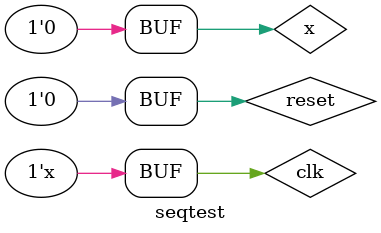
<source format=v>
module seqtest();
reg x,clk,reset;
wire z;
sequencedetect DUT (x,clk,z,reset);
initial
begin
clk=1'b0; reset=1'b1;
#15 reset=1'b0;
end
always #5 clk=~clk;
initial
begin
#10 x=1;
#5 x=0;
#10 x=1;
#10 x=1;
#10 x=0;
#10 x=1;
#10 x=1;
#10 x=0;
#10 x=1;
#10 x=0;
#10 x=1;
#10 x=1;
#10 x=1;
#10 x=0;
end
endmodule
</source>
